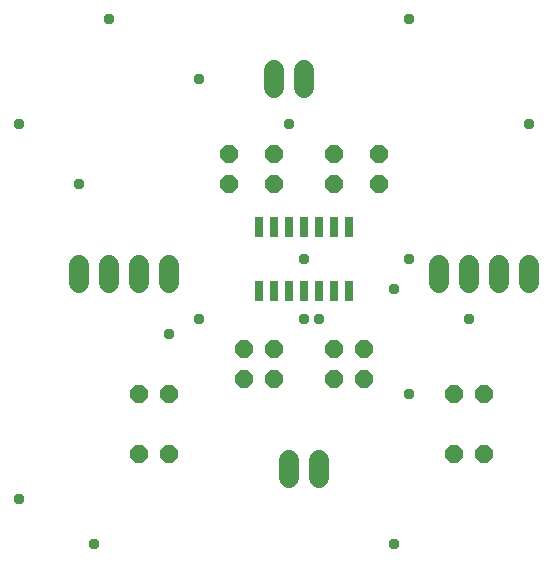
<source format=gbr>
G04 EAGLE Gerber RS-274X export*
G75*
%MOMM*%
%FSLAX34Y34*%
%LPD*%
%INSoldermask Top*%
%IPPOS*%
%AMOC8*
5,1,8,0,0,1.08239X$1,22.5*%
G01*
%ADD10R,0.803200X1.753200*%
%ADD11P,1.649562X8X112.500000*%
%ADD12P,1.649562X8X292.500000*%
%ADD13C,1.711200*%
%ADD14P,1.649562X8X22.500000*%
%ADD15C,0.959600*%


D10*
X241300Y344500D03*
X254000Y344500D03*
X266700Y344500D03*
X279400Y344500D03*
X241300Y290500D03*
X254000Y290500D03*
X266700Y290500D03*
X279400Y290500D03*
X292100Y290500D03*
X304800Y290500D03*
X317500Y290500D03*
X317500Y344500D03*
X304800Y344500D03*
X292100Y344500D03*
D11*
X254000Y215900D03*
X254000Y241300D03*
X228600Y215900D03*
X228600Y241300D03*
X254000Y381000D03*
X254000Y406400D03*
D12*
X215900Y406400D03*
X215900Y381000D03*
X304800Y241300D03*
X304800Y215900D03*
D11*
X330200Y215900D03*
X330200Y241300D03*
X304800Y381000D03*
X304800Y406400D03*
X342900Y381000D03*
X342900Y406400D03*
D13*
X393700Y312340D02*
X393700Y297260D01*
X419100Y297260D02*
X419100Y312340D01*
X444500Y312340D02*
X444500Y297260D01*
X469900Y297260D02*
X469900Y312340D01*
X165100Y312340D02*
X165100Y297260D01*
X139700Y297260D02*
X139700Y312340D01*
X114300Y312340D02*
X114300Y297260D01*
X88900Y297260D02*
X88900Y312340D01*
X254000Y462360D02*
X254000Y477440D01*
X279400Y477440D02*
X279400Y462360D01*
X266700Y147240D02*
X266700Y132160D01*
X292100Y132160D02*
X292100Y147240D01*
D14*
X139700Y203200D03*
X165100Y203200D03*
X139700Y152400D03*
X165100Y152400D03*
X406400Y203200D03*
X431800Y203200D03*
X406400Y152400D03*
X431800Y152400D03*
D15*
X88900Y381000D03*
X355600Y292100D03*
X355600Y76200D03*
X101600Y76200D03*
X114300Y520700D03*
X368300Y520700D03*
X419100Y266700D03*
X292100Y266700D03*
X469900Y431800D03*
X266700Y431800D03*
X165100Y254000D03*
X279400Y266700D03*
X190500Y469900D03*
X190500Y266700D03*
X38100Y431800D03*
X38100Y114300D03*
X368300Y203200D03*
X368300Y317500D03*
X279400Y317500D03*
M02*

</source>
